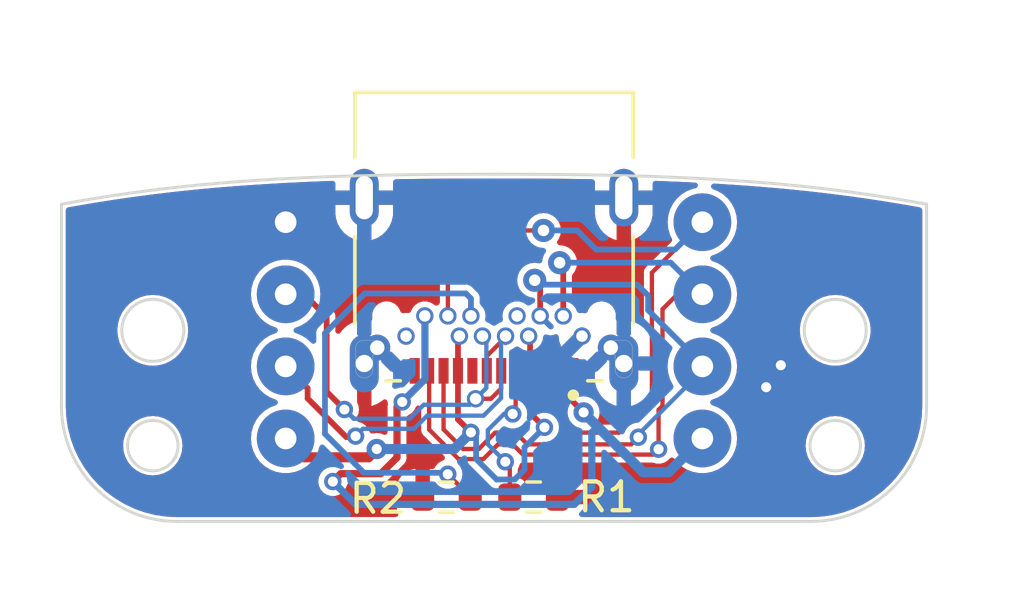
<source format=kicad_pcb>
(kicad_pcb (version 20221018) (generator pcbnew)
  (layers (0 "F.Cu" signal) (31 "B.Cu" signal) (34 "B.Paste" user) (35 "F.Paste" user) (36 "B.SilkS" user "B.Silkscreen") (37 "F.SilkS" user "F.Silkscreen") (38 "B.Mask" user) (39 "F.Mask" user) (44 "Edge.Cuts" user))
  (net 0 "")
  (net 1 "GND")
  (net 2 "+3.3V_PRE")
  (net 3 "N_CLOCK")
  (net 4 "+5V_PRE")
  (net 5 "CC1")
  (net 6 "D+")
  (net 7 "D-")
  (net 9 "N_LATCH")
  (net 10 "N_DATA")
  (net 11 "CC2")
  (footprint "Resistor_SMD:R_0603_1608Metric" (layer "F.Cu") (at 230.2886 158.3944 180)
    (fp_text reference "R1" (at -2.5278 0) (layer "F.SilkS"))
    (fp_text value "5.1kohm" hide)
    (fp_line (start -0.237258 -0.5225) (end 0.237258 -0.5225) (stroke (width 0.12)) (layer "F.SilkS"))
    (fp_line (start -0.237258 0.5225) (end 0.237258 0.5225) (stroke (width 0.12)) (layer "F.SilkS"))
    (pad "1" smd roundrect (at -0.825 0 180) (size 0.8 0.95) (layers "F.Cu" "F.Paste" "F.Mask") (net 1 "GND"))
    (pad "2" smd roundrect (at 0.825 0 180) (size 0.8 0.95) (layers "F.Cu" "F.Paste" "F.Mask") (net 5 "CC1"))
  )
  (footprint "hhl:CUI_UJ31-CH-G1-SMT-TR" (layer "F.Cu") (at 231.666178 154.0174 180)
    (fp_text reference "J1" hide)
    (fp_text value "UJ31-CH-G1-SMT-TR")
    (fp_line (start -2.075 4.655) (end -2.075 1.655) (stroke (width 0.127)) (layer "F.SilkS"))
    (fp_line (start -2.075 9.655) (end -2.075 7.405) (stroke (width 0.127)) (layer "F.SilkS"))
    (fp_line (start -1 -0.345) (end -0.5 -0.345) (stroke (width 0.127)) (layer "F.SilkS"))
    (fp_line (start 6 -0.345) (end 6.5 -0.345) (stroke (width 0.127)) (layer "F.SilkS"))
    (fp_line (start 7.575 1.655) (end 7.575 4.655) (stroke (width 0.127)) (layer "F.SilkS"))
    (fp_line (start 7.575 7.405) (end 7.575 9.655) (stroke (width 0.127)) (layer "F.SilkS"))
    (fp_line (start 7.575 9.655) (end -2.075 9.655) (stroke (width 0.127)) (layer "F.SilkS"))
    (fp_circle (center 0 -0.845) (end 0.1 -0.845) (stroke (width 0.2)) (fill none) (layer "F.SilkS"))
    (fp_line (start -2.05 0.805) (end -2.05 0.055) (stroke (width 0.01)) (layer "Edge.Cuts"))
    (fp_line (start -1.45 0.055) (end -1.45 0.555) (stroke (width 0.01)) (layer "Edge.Cuts"))
    (fp_line (start -1.45 0.555) (end -1.3 0.555) (stroke (width 0.01)) (layer "Edge.Cuts"))
    (fp_line (start -1.3 1.055) (end -1.75 1.055) (stroke (width 0.01)) (layer "Edge.Cuts"))
    (fp_line (start 6.8 0.555) (end 6.95 0.555) (stroke (width 0.01)) (layer "Edge.Cuts"))
    (fp_line (start 6.95 0.555) (end 6.95 0.055) (stroke (width 0.01)) (layer "Edge.Cuts"))
    (fp_line (start 7.25 1.055) (end 6.8 1.055) (stroke (width 0.01)) (layer "Edge.Cuts"))
    (fp_line (start 7.55 0.055) (end 7.55 0.805) (stroke (width 0.01)) (layer "Edge.Cuts"))
    (fp_arc (start -2.05 0.055) (mid -1.75 -0.245) (end -1.45 0.055) (stroke (width 0.01)) (layer "Edge.Cuts"))
    (fp_arc (start -1.75 1.055) (mid -1.951777 0.992132) (end -2.05 0.805) (stroke (width 0.01)) (layer "Edge.Cuts"))
    (fp_arc (start -1.3 0.555) (mid -1.05 0.805) (end -1.3 1.055) (stroke (width 0.01)) (layer "Edge.Cuts"))
    (fp_arc (start 6.8 1.055) (mid 6.55 0.805) (end 6.8 0.555) (stroke (width 0.01)) (layer "Edge.Cuts"))
    (fp_arc (start 6.95 0.055) (mid 7.25 -0.245) (end 7.55 0.055) (stroke (width 0.01)) (layer "Edge.Cuts"))
    (fp_arc (start 7.55 0.805) (mid 7.451777 0.992132) (end 7.25 1.055) (stroke (width 0.01)) (layer "Edge.Cuts"))
    (pad "" np_thru_hole circle (at -0.975 1.905 180) (size 0.7 0.7) (drill 0.7) (layers "*.Cu" "*.Mask"))
    (pad "" np_thru_hole circle (at 6.475 1.905 180) (size 0.7 0.7) (drill 0.7) (layers "*.Cu" "*.Mask"))
    (pad "A1" smd rect (at 0 0 270) (size 0.89 0.35) (layers "F.Cu" "F.Paste" "F.Mask") (net 1 "GND"))
    (pad "A2" smd rect (at 0.5 0 270) (size 0.89 0.35) (layers "F.Cu" "F.Paste" "F.Mask") (net 2 "+3.3V_PRE"))
    (pad "A3" smd rect (at 1 0 270) (size 0.89 0.35) (layers "F.Cu" "F.Paste" "F.Mask") (net 3 "N_CLOCK"))
    (pad "A4" smd rect (at 1.5 0 270) (size 0.89 0.35) (layers "F.Cu" "F.Paste" "F.Mask") (net 4 "+5V_PRE"))
    (pad "A5" smd rect (at 2 0 270) (size 0.89 0.35) (layers "F.Cu" "F.Paste" "F.Mask") (net 5 "CC1"))
    (pad "A6" smd rect (at 2.5 0 270) (size 0.89 0.35) (layers "F.Cu" "F.Paste" "F.Mask") (net 6 "D+"))
    (pad "A7" smd rect (at 3 0 270) (size 0.89 0.35) (layers "F.Cu" "F.Paste" "F.Mask") (net 7 "D-"))
    (pad "A8" smd rect (at 3.5 0 270) (size 0.89 0.35) (layers "F.Cu" "F.Paste" "F.Mask"))
    (pad "A9" smd rect (at 4 0 270) (size 0.89 0.35) (layers "F.Cu" "F.Paste" "F.Mask") (net 4 "+5V_PRE"))
    (pad "A10" smd rect (at 4.5 0 270) (size 0.89 0.35) (layers "F.Cu" "F.Paste" "F.Mask") (net 9 "N_LATCH"))
    (pad "A11" smd rect (at 5 0 270) (size 0.89 0.35) (layers "F.Cu" "F.Paste" "F.Mask") (net 10 "N_DATA"))
    (pad "A12" smd rect (at 5.5 0 270) (size 0.89 0.35) (layers "F.Cu" "F.Paste" "F.Mask") (net 1 "GND"))
    (pad "B1" thru_hole circle (at 5.8 1.205 180) (size 0.6 0.6) (drill 0.4) (layers "*.Cu" "*.Mask") (net 1 "GND"))
    (pad "B2" thru_hole circle (at 5.15 1.905 180) (size 0.6 0.6) (drill 0.4) (layers "*.Cu" "*.Mask") (net 2 "+3.3V_PRE"))
    (pad "B3" thru_hole circle (at 4.35 1.905 180) (size 0.6 0.6) (drill 0.4) (layers "*.Cu" "*.Mask") (net 3 "N_CLOCK"))
    (pad "B4" thru_hole circle (at 3.95 1.205 180) (size 0.6 0.6) (drill 0.4) (layers "*.Cu" "*.Mask") (net 4 "+5V_PRE"))
    (pad "B5" thru_hole circle (at 3.55 1.905 180) (size 0.6 0.6) (drill 0.4) (layers "*.Cu" "*.Mask") (net 11 "CC2"))
    (pad "B6" thru_hole circle (at 3.15 1.205 180) (size 0.6 0.6) (drill 0.4) (layers "*.Cu" "*.Mask") (net 6 "D+"))
    (pad "B7" thru_hole circle (at 2.35 1.205 180) (size 0.6 0.6) (drill 0.4) (layers "*.Cu" "*.Mask") (net 7 "D-"))
    (pad "B8" thru_hole circle (at 1.95 1.905 180) (size 0.6 0.6) (drill 0.4) (layers "*.Cu" "*.Mask"))
    (pad "B9" thru_hole circle (at 1.55 1.205 180) (size 0.6 0.6) (drill 0.4) (layers "*.Cu" "*.Mask") (net 4 "+5V_PRE"))
    (pad "B10" thru_hole circle (at 1.15 1.905 180) (size 0.6 0.6) (drill 0.4) (layers "*.Cu" "*.Mask") (net 9 "N_LATCH"))
    (pad "B11" thru_hole circle (at 0.35 1.905 180) (size 0.6 0.6) (drill 0.4) (layers "*.Cu" "*.Mask") (net 10 "N_DATA"))
    (pad "B12" thru_hole circle (at -0.3 1.205 180) (size 0.6 0.6) (drill 0.4) (layers "*.Cu" "*.Mask") (net 1 "GND"))
    (pad "SH1" thru_hole oval (at -1.75 6.005 180) (size 1 2) (drill oval 0.6 1.5) (layers "*.Cu" "*.Mask") (net 1 "GND"))
    (pad "SH2" thru_hole circle (at -1.3 0.805 180) (size 0.9 0.9) (drill 0.5) (layers "*.Cu" "*.Mask") (net 1 "GND"))
    (pad "SH3" thru_hole oval (at -1.75 0.255 180) (size 1 2) (drill 0.6) (layers "*.Cu" "*.Mask") (net 1 "GND"))
    (pad "SH4" thru_hole oval (at 7.25 6.005 180) (size 1 2) (drill oval 0.6 1.5) (layers "*.Cu" "*.Mask") (net 1 "GND"))
    (pad "SH5" thru_hole circle (at 6.8 0.805 180) (size 0.9 0.9) (drill 0.5) (layers "*.Cu" "*.Mask") (net 1 "GND"))
    (pad "SH6" thru_hole oval (at 7.25 0.255 180) (size 1 2) (drill 0.6) (layers "*.Cu" "*.Mask") (net 1 "GND"))
  )
  (footprint "Resistor_SMD:R_0603_1608Metric" (layer "F.Cu") (at 227.267 158.3944)
    (fp_text reference "R2" (at -2.3754 0.0508) (layer "F.SilkS"))
    (fp_text value "5.1kohm" hide)
    (fp_line (start -0.237258 -0.5225) (end 0.237258 -0.5225) (stroke (width 0.12)) (layer "F.SilkS"))
    (fp_line (start -0.237258 0.5225) (end 0.237258 0.5225) (stroke (width 0.12)) (layer "F.SilkS"))
    (pad "1" smd roundrect (at -0.825 0) (size 0.8 0.95) (layers "F.Cu" "F.Paste" "F.Mask") (net 1 "GND"))
    (pad "2" smd roundrect (at 0.825 0) (size 0.8 0.95) (layers "F.Cu" "F.Paste" "F.Mask") (net 11 "CC2"))
  )
  (gr_line (start 217.9162 159.23854) (end 239.9162 159.23854) (stroke (width 0.1)) (layer "Edge.Cuts"))
  (gr_circle (center 217.08334 156.6124) (end 216.20834 156.6124) (stroke (width 0.1)) (fill none) (layer "Edge.Cuts"))
  (gr_arc (start 217.9162 159.23854) (mid 215.087773 158.066967) (end 213.9162 155.23854) (stroke (width 0.1)) (layer "Edge.Cuts"))
  (gr_circle (center 240.74906 152.6124) (end 239.67406 152.6124) (stroke (width 0.1)) (fill none) (layer "Edge.Cuts"))
  (gr_curve (pts (xy 225.204489 147.228253) (xy 226.437159 147.204331) (xy 227.682278 147.197125) (xy 228.9162 147.197125)) (stroke (width 0.1)) (layer "Edge.Cuts"))
  (gr_curve (pts (xy 216.191305 147.867729) (xy 217.936041 147.619781) (xy 219.598879 147.469905) (xy 221.417783 147.366545)) (stroke (width 0.1)) (layer "Edge.Cuts"))
  (gr_curve (pts (xy 241.641095 147.867729) (xy 239.896359 147.619781) (xy 238.233521 147.469905) (xy 236.414617 147.366545)) (stroke (width 0.1)) (layer "Edge.Cuts"))
  (gr_curve (pts (xy 213.9162 148.23854) (xy 214.674778 148.099401) (xy 215.428222 147.976172) (xy 216.191305 147.867729)) (stroke (width 0.1)) (layer "Edge.Cuts"))
  (gr_circle (center 240.74906 156.6124) (end 239.87406 156.6124) (stroke (width 0.1)) (fill none) (layer "Edge.Cuts"))
  (gr_arc (start 243.9162 155.23854) (mid 242.744627 158.066967) (end 239.9162 159.23854) (stroke (width 0.1)) (layer "Edge.Cuts"))
  (gr_circle (center 217.08334 152.6124) (end 216.00834 152.6124) (stroke (width 0.1)) (fill none) (layer "Edge.Cuts"))
  (gr_line (start 213.9162 148.23854) (end 213.9162 155.23854) (stroke (width 0.1)) (layer "Edge.Cuts"))
  (gr_curve (pts (xy 221.417783 147.366545) (xy 222.674944 147.295106) (xy 223.939311 147.252805) (xy 225.204489 147.228253)) (stroke (width 0.1)) (layer "Edge.Cuts"))
  (gr_curve (pts (xy 236.414617 147.366545) (xy 235.157456 147.295106) (xy 233.893089 147.252805) (xy 232.627911 147.228253)) (stroke (width 0.1)) (layer "Edge.Cuts"))
  (gr_curve (pts (xy 243.9162 148.23854) (xy 243.157622 148.099401) (xy 242.404178 147.976172) (xy 241.641095 147.867729)) (stroke (width 0.1)) (layer "Edge.Cuts"))
  (gr_line (start 243.9162 155.23854) (end 243.9162 148.23854) (stroke (width 0.1)) (layer "Edge.Cuts"))
  (gr_curve (pts (xy 232.627911 147.228253) (xy 231.395241 147.204331) (xy 230.150122 147.197125) (xy 228.9162 147.197125)) (stroke (width 0.1)) (layer "Edge.Cuts"))
  (segment (start 231.0384 158.3944) (end 231.1136 158.3944) (width 0.25) (layer "F.Cu") (net 1))
  (via (at 238.8616 153.8224) (size 0.7) (drill 0.35) (layers "F.Cu" "B.Cu") (net 1))
  (via (at 238.3536 154.5844) (size 0.7) (drill 0.35) (layers "F.Cu" "B.Cu") (net 1))
  (via (at 221.6912 148.8624) (size 2) (drill 0.75) (layers "F.Cu" "B.Cu") (net 1))
  (segment (start 223.600929 157.5816) (end 224.9932 157.5816) (width 0.25) (layer "F.Cu") (net 2))
  (segment (start 232.022829 155.456574) (end 231.166178 154.599923) (width 0.2) (layer "F.Cu") (net 2))
  (segment (start 231.166178 154.599923) (end 231.166178 154.0174) (width 0.2) (layer "F.Cu") (net 2))
  (segment (start 223.326942 157.855587) (end 223.600929 157.5816) (width 0.25) (layer "F.Cu") (net 2))
  (segment (start 224.9932 157.5816) (end 225.552 157.0228) (width 0.25) (layer "F.Cu") (net 2))
  (segment (start 225.552 157.0228) (end 225.552 155.27582) (width 0.25) (layer "F.Cu") (net 2))
  (segment (start 225.552 155.27582) (end 225.73306 155.09476) (width 0.25) (layer "F.Cu") (net 2))
  (via (at 232.022829 155.456574) (size 0.7) (drill 0.35) (layers "F.Cu" "B.Cu") (net 2))
  (via (at 236.1412 156.3624) (size 2) (drill 0.75) (layers "F.Cu" "B.Cu") (net 2))
  (via (at 225.73306 155.09476) (size 0.6) (drill 0.35) (layers "F.Cu" "B.Cu") (net 2))
  (via (at 223.326942 157.855587) (size 0.6) (drill 0.35) (layers "F.Cu" "B.Cu") (net 2))
  (segment (start 234.9728 157.5308) (end 236.1412 156.3624) (width 0.35) (layer "B.Cu") (net 2))
  (segment (start 226.54308 152.139302) (end 226.516178 152.1124) (width 0.25) (layer "B.Cu") (net 2))
  (segment (start 226.520365 152.116587) (end 226.516178 152.1124) (width 0.25) (layer "B.Cu") (net 2))
  (segment (start 234.0864 157.5308) (end 234.9728 157.5308) (width 0.35) (layer "B.Cu") (net 2))
  (segment (start 232.3084 156.1592) (end 232.5116 155.956) (width 0.25) (layer "B.Cu") (net 2))
  (segment (start 224.119755 158.6484) (end 231.6988 158.6484) (width 0.25) (layer "B.Cu") (net 2))
  (segment (start 226.520365 154.307455) (end 226.520365 152.116587) (width 0.25) (layer "B.Cu") (net 2))
  (segment (start 225.73306 155.09476) (end 226.520365 154.307455) (width 0.25) (layer "B.Cu") (net 2))
  (segment (start 223.326942 157.855587) (end 224.119755 158.6484) (width 0.25) (layer "B.Cu") (net 2))
  (segment (start 232.022829 155.456574) (end 232.022829 155.467229) (width 0.35) (layer "B.Cu") (net 2))
  (segment (start 226.568 152.164222) (end 226.516178 152.1124) (width 0.25) (layer "B.Cu") (net 2))
  (segment (start 232.022829 155.467229) (end 234.0864 157.5308) (width 0.35) (layer "B.Cu") (net 2))
  (segment (start 232.3084 158.0388) (end 232.3084 156.1592) (width 0.25) (layer "B.Cu") (net 2))
  (segment (start 231.6988 158.6484) (end 232.3084 158.0388) (width 0.25) (layer "B.Cu") (net 2))
  (segment (start 228.854 149.1488) (end 230.632 149.1488) (width 0.15) (layer "F.Cu") (net 3))
  (segment (start 231.7496 156.1592) (end 233.2482 156.1592) (width 0.15) (layer "F.Cu") (net 3))
  (segment (start 230.632 149.1488) (end 230.5812 149.098) (width 0.2) (layer "F.Cu") (net 3))
  (segment (start 230.666178 155.075778) (end 231.7496 156.1592) (width 0.15) (layer "F.Cu") (net 3))
  (segment (start 227.316178 152.1124) (end 227.316178 150.686622) (width 0.15) (layer "F.Cu") (net 3))
  (segment (start 227.316178 150.686622) (end 228.854 149.1488) (width 0.15) (layer "F.Cu") (net 3))
  (segment (start 233.2482 156.1592) (end 234.3912 155.0162) (width 0.15) (layer "F.Cu") (net 3))
  (segment (start 234.3912 150.6124) (end 236.1412 148.8624) (width 0.15) (layer "F.Cu") (net 3))
  (segment (start 230.666178 154.0174) (end 230.666178 155.075778) (width 0.15) (layer "F.Cu") (net 3))
  (segment (start 234.3912 155.0162) (end 234.3912 150.6124) (width 0.15) (layer "F.Cu") (net 3))
  (via (at 230.632 149.1488) (size 0.8) (drill 0.4) (layers "F.Cu" "B.Cu") (net 3))
  (via (at 236.1412 148.8624) (size 2) (drill 0.75) (layers "F.Cu" "B.Cu") (net 3))
  (segment (start 235.1944 149.8092) (end 236.1412 148.8624) (width 0.2) (layer "B.Cu") (net 3))
  (segment (start 232.4608 149.8092) (end 235.1944 149.8092) (width 0.2) (layer "B.Cu") (net 3))
  (segment (start 230.632 149.1488) (end 231.8004 149.1488) (width 0.2) (layer "B.Cu") (net 3))
  (segment (start 231.8004 149.1488) (end 232.4608 149.8092) (width 0.2) (layer "B.Cu") (net 3))
  (segment (start 228.115158 156.151348) (end 227.666178 155.702368) (width 0.2) (layer "F.Cu") (net 4))
  (segment (start 224.848896 156.727373) (end 224.561164 157.015105) (width 0.35) (layer "F.Cu") (net 4))
  (segment (start 227.666178 155.702368) (end 227.666178 154.0174) (width 0.2) (layer "F.Cu") (net 4))
  (segment (start 230.664205 155.976669) (end 230.166178 155.478642) (width 0.2) (layer "F.Cu") (net 4))
  (segment (start 227.666178 152.8624) (end 227.666178 154.0174) (width 0.2) (layer "F.Cu") (net 4))
  (segment (start 230.166178 152.8624) (end 230.166178 154.0174) (width 0.2) (layer "F.Cu") (net 4))
  (segment (start 227.716178 152.8124) (end 227.666178 152.8624) (width 0.2) (layer "F.Cu") (net 4))
  (segment (start 230.116178 152.8124) (end 230.166178 152.8624) (width 0.2) (layer "F.Cu") (net 4))
  (segment (start 224.561164 157.015105) (end 222.343905 157.015105) (width 0.35) (layer "F.Cu") (net 4))
  (segment (start 230.166178 155.478642) (end 230.166178 154.0174) (width 0.2) (layer "F.Cu") (net 4))
  (segment (start 222.343905 157.015105) (end 221.6912 156.3624) (width 0.35) (layer "F.Cu") (net 4))
  (via (at 228.115158 156.151348) (size 0.6) (drill 0.35) (layers "F.Cu" "B.Cu") (net 4))
  (via (at 230.664205 155.976669) (size 0.6) (drill 0.35) (layers "F.Cu" "B.Cu") (net 4))
  (via (at 221.6912 156.3624) (size 2) (drill 0.75) (layers "F.Cu" "B.Cu") (net 4))
  (via (at 224.848896 156.727373) (size 0.7) (drill 0.35) (layers "F.Cu" "B.Cu") (net 4))
  (segment (start 228.2952 156.33139) (end 228.2952 157.0736) (width 0.2) (layer "B.Cu") (net 4))
  (segment (start 227.539133 156.727373) (end 228.115158 156.151348) (width 0.35) (layer "B.Cu") (net 4))
  (segment (start 229.634595 157.7848) (end 229.9716 157.447795) (width 0.2) (layer "B.Cu") (net 4))
  (segment (start 229.9716 156.669274) (end 230.664205 155.976669) (width 0.2) (layer "B.Cu") (net 4))
  (segment (start 224.848896 156.727373) (end 227.539133 156.727373) (width 0.35) (layer "B.Cu") (net 4))
  (segment (start 229.0064 157.7848) (end 229.634595 157.7848) (width 0.2) (layer "B.Cu") (net 4))
  (segment (start 228.2952 157.0736) (end 229.0064 157.7848) (width 0.2) (layer "B.Cu") (net 4))
  (segment (start 228.115158 156.151348) (end 228.2952 156.33139) (width 0.2) (layer "B.Cu") (net 4))
  (segment (start 229.9716 157.447795) (end 229.9716 156.669274) (width 0.2) (layer "B.Cu") (net 4))
  (segment (start 229.307073 157.168869) (end 229.4636 157.325396) (width 0.15) (layer "F.Cu") (net 5))
  (segment (start 229.564447 155.511215) (end 229.666178 155.409484) (width 0.15) (layer "F.Cu") (net 5))
  (segment (start 229.4636 157.325396) (end 229.4636 158.3944) (width 0.15) (layer "F.Cu") (net 5))
  (segment (start 229.666178 155.409484) (end 229.666178 154.0174) (width 0.15) (layer "F.Cu") (net 5))
  (via (at 229.564447 155.511215) (size 0.6) (drill 0.35) (layers "F.Cu" "B.Cu") (net 5))
  (via (at 229.307073 157.168869) (size 0.6) (drill 0.35) (layers "F.Cu" "B.Cu") (net 5))
  (segment (start 228.7016 156.563396) (end 228.7016 156.071186) (width 0.15) (layer "B.Cu") (net 5))
  (segment (start 228.7016 156.071186) (end 229.261571 155.511215) (width 0.15) (layer "B.Cu") (net 5))
  (segment (start 229.261571 155.511215) (end 229.564447 155.511215) (width 0.15) (layer "B.Cu") (net 5))
  (segment (start 229.307073 157.168869) (end 228.7016 156.563396) (width 0.15) (layer "B.Cu") (net 5))
  (segment (start 223.1136 154.742204) (end 223.1136 152.146) (width 0.2) (layer "F.Cu") (net 6))
  (segment (start 223.1136 152.146) (end 222.33 151.3624) (width 0.2) (layer "F.Cu") (net 6))
  (segment (start 229.166178 154.627822) (end 229.166178 154.0174) (width 0.15) (layer "F.Cu") (net 6))
  (segment (start 222.33 151.3624) (end 221.6912 151.3624) (width 0.2) (layer "F.Cu") (net 6))
  (segment (start 223.728253 155.356857) (end 223.1136 154.742204) (width 0.2) (layer "F.Cu") (net 6))
  (segment (start 228.276692 154.985273) (end 228.808727 154.985273) (width 0.15) (layer "F.Cu") (net 6))
  (segment (start 228.808727 154.985273) (end 229.166178 154.627822) (width 0.15) (layer "F.Cu") (net 6))
  (via (at 228.276692 154.985273) (size 0.6) (drill 0.4) (layers "F.Cu" "B.Cu") (net 6))
  (via (at 223.728253 155.356857) (size 0.6) (drill 0.35) (layers "F.Cu" "B.Cu") (net 6))
  (via (at 221.6912 151.3624) (size 2) (drill 0.75) (layers "F.Cu" "B.Cu") (net 6))
  (segment (start 228.067965 155.194) (end 228.276692 154.985273) (width 0.15) (layer "B.Cu") (net 6))
  (segment (start 228.276692 154.985273) (end 228.6508 154.611165) (width 0.15) (layer "B.Cu") (net 6))
  (segment (start 223.728253 155.356857) (end 223.746299 155.356857) (width 0.15) (layer "B.Cu") (net 6))
  (segment (start 228.6508 152.947022) (end 228.516178 152.8124) (width 0.15) (layer "B.Cu") (net 6))
  (segment (start 226.477864 155.194) (end 228.067965 155.194) (width 0.15) (layer "B.Cu") (net 6))
  (segment (start 223.746299 155.356857) (end 224.067239 155.677797) (width 0.15) (layer "B.Cu") (net 6))
  (segment (start 228.667491 152.963713) (end 228.516178 152.8124) (width 0.2) (layer "B.Cu") (net 6))
  (segment (start 223.728253 155.356857) (end 224.048237 155.676841) (width 0.15) (layer "B.Cu") (net 6))
  (segment (start 225.995023 155.676841) (end 226.477864 155.194) (width 0.15) (layer "B.Cu") (net 6))
  (segment (start 224.048237 155.676841) (end 225.995023 155.676841) (width 0.15) (layer "B.Cu") (net 6))
  (segment (start 228.6508 154.611165) (end 228.6508 152.947022) (width 0.15) (layer "B.Cu") (net 6))
  (segment (start 222.4532 154.975289) (end 222.4532 154.6244) (width 0.2) (layer "F.Cu") (net 7))
  (segment (start 229.316178 152.8124) (end 229.316178 152.851479) (width 0.15) (layer "F.Cu") (net 7))
  (segment (start 224.114421 156.28063) (end 224.083451 156.3116) (width 0.2) (layer "F.Cu") (net 7))
  (segment (start 222.4532 154.6244) (end 221.6912 153.8624) (width 0.2) (layer "F.Cu") (net 7))
  (segment (start 228.666178 153.501479) (end 228.666178 154.0174) (width 0.15) (layer "F.Cu") (net 7))
  (segment (start 229.316178 152.851479) (end 228.666178 153.501479) (width 0.15) (layer "F.Cu") (net 7))
  (segment (start 223.789511 156.3116) (end 222.4532 154.975289) (width 0.2) (layer "F.Cu") (net 7))
  (segment (start 224.083451 156.3116) (end 223.789511 156.3116) (width 0.2) (layer "F.Cu") (net 7))
  (via (at 221.6912 153.8624) (size 2) (drill 0.75) (layers "F.Cu" "B.Cu") (net 7))
  (via (at 224.114421 156.28063) (size 0.6) (drill 0.35) (layers "F.Cu" "B.Cu") (net 7))
  (segment (start 224.114421 156.28063) (end 224.36821 156.026841) (width 0.15) (layer "B.Cu") (net 7))
  (segment (start 229.316178 152.8124) (end 229.316178 153.055422) (width 0.15) (layer "B.Cu") (net 7))
  (segment (start 226.141559 156.026841) (end 226.597565 155.570835) (width 0.15) (layer "B.Cu") (net 7))
  (segment (start 226.597565 155.570835) (end 228.554328 155.570835) (width 0.15) (layer "B.Cu") (net 7))
  (segment (start 229.1588 152.969778) (end 229.316178 152.8124) (width 0.15) (layer "B.Cu") (net 7))
  (segment (start 224.36821 156.026841) (end 226.141559 156.026841) (width 0.15) (layer "B.Cu") (net 7))
  (segment (start 229.1588 154.966363) (end 229.1588 152.969778) (width 0.15) (layer "B.Cu") (net 7))
  (segment (start 228.554328 155.570835) (end 229.1588 154.966363) (width 0.15) (layer "B.Cu") (net 7))
  (segment (start 235.926 153.8624) (end 236.1412 153.8624) (width 0.15) (layer "F.Cu") (net 9))
  (segment (start 227.166178 156.046178) (end 227.166178 154.0174) (width 0.15) (layer "F.Cu") (net 9))
  (segment (start 233.920855 156.319772) (end 233.673349 156.567278) (width 0.15) (layer "F.Cu") (net 9))
  (segment (start 228.9556 156.1592) (end 228.388452 156.726348) (width 0.15) (layer "F.Cu") (net 9))
  (segment (start 227.846348 156.726348) (end 227.166178 156.046178) (width 0.15) (layer "F.Cu") (net 9))
  (segment (start 230.3272 150.876) (end 230.516178 151.064978) (width 0.2) (layer "F.Cu") (net 9))
  (segment (start 233.673349 156.567278) (end 230.074878 156.567278) (width 0.15) (layer "F.Cu") (net 9))
  (segment (start 229.6668 156.1592) (end 228.9556 156.1592) (width 0.15) (layer "F.Cu") (net 9))
  (segment (start 230.074878 156.567278) (end 229.6668 156.1592) (width 0.15) (layer "F.Cu") (net 9))
  (segment (start 230.516178 151.064978) (end 230.516178 152.1124) (width 0.2) (layer "F.Cu") (net 9))
  (segment (start 228.388452 156.726348) (end 227.846348 156.726348) (width 0.15) (layer "F.Cu") (net 9))
  (via (at 236.1412 153.8624) (size 2) (drill 0.75) (layers "F.Cu" "B.Cu") (net 9))
  (via (at 230.3272 150.876) (size 0.8) (drill 0.4) (layers "F.Cu" "B.Cu") (net 9))
  (via (at 233.920855 156.319772) (size 0.6) (drill 0.35) (layers "F.Cu" "B.Cu") (net 9))
  (segment (start 233.8832 151.0284) (end 234.259032 151.404232) (width 0.2) (layer "B.Cu") (net 9))
  (segment (start 236.1412 153.7944) (end 236.1412 153.8624) (width 0.2) (layer "B.Cu") (net 9))
  (segment (start 230.3272 150.876) (end 230.4796 151.0284) (width 0.2) (layer "B.Cu") (net 9))
  (segment (start 234.259032 151.912232) (end 236.1412 153.7944) (width 0.2) (layer "B.Cu") (net 9))
  (segment (start 230.4796 151.0284) (end 233.8832 151.0284) (width 0.2) (layer "B.Cu") (net 9))
  (segment (start 230.516178 152.1124) (end 230.886 152.482222) (width 0.2) (layer "B.Cu") (net 9))
  (segment (start 233.920855 156.319772) (end 233.920855 156.223145) (width 0.15) (layer "B.Cu") (net 9))
  (segment (start 233.920855 156.223145) (end 236.1412 154.0028) (width 0.15) (layer "B.Cu") (net 9))
  (segment (start 236.1412 154.0028) (end 236.1412 153.8624) (width 0.15) (layer "B.Cu") (net 9))
  (segment (start 234.259032 151.404232) (end 234.259032 151.912232) (width 0.2) (layer "B.Cu") (net 9))
  (segment (start 229.9208 156.9212) (end 229.5652 156.5656) (width 0.15) (layer "F.Cu") (net 10))
  (segment (start 231.1908 150.4696) (end 231.316178 150.594978) (width 0.2) (layer "F.Cu") (net 10))
  (segment (start 234.622519 155.369081) (end 234.759408 155.232192) (width 0.15) (layer "F.Cu") (net 10))
  (segment (start 234.759408 155.232192) (end 234.759408 151.879392) (width 0.15) (layer "F.Cu") (net 10))
  (segment (start 231.316178 150.594978) (end 231.316178 152.1124) (width 0.2) (layer "F.Cu") (net 10))
  (segment (start 226.666178 156.054178) (end 226.666178 154.0174) (width 0.15) (layer "F.Cu") (net 10))
  (segment (start 234.759408 151.879392) (end 235.2764 151.3624) (width 0.15) (layer "F.Cu") (net 10))
  (segment (start 229.5652 156.5656) (end 229.0572 156.5656) (width 0.15) (layer "F.Cu") (net 10))
  (segment (start 227.688348 157.076348) (end 226.666178 156.054178) (width 0.15) (layer "F.Cu") (net 10))
  (segment (start 235.2764 151.3624) (end 236.1412 151.3624) (width 0.15) (layer "F.Cu") (net 10))
  (segment (start 231.1908 150.2664) (end 231.1908 150.4696) (width 0.2) (layer "F.Cu") (net 10))
  (segment (start 234.435022 156.9212) (end 229.9208 156.9212) (width 0.15) (layer "F.Cu") (net 10))
  (segment (start 234.622519 156.733703) (end 234.622519 155.369081) (width 0.15) (layer "F.Cu") (net 10))
  (segment (start 234.622519 156.733703) (end 234.435022 156.9212) (width 0.15) (layer "F.Cu") (net 10))
  (segment (start 234.606013 156.717197) (end 234.491997 156.717197) (width 0.15) (layer "F.Cu") (net 10))
  (segment (start 228.546452 157.076348) (end 227.688348 157.076348) (width 0.15) (layer "F.Cu") (net 10))
  (segment (start 229.0572 156.5656) (end 228.546452 157.076348) (width 0.15) (layer "F.Cu") (net 10))
  (segment (start 234.622519 156.733703) (end 234.606013 156.717197) (width 0.15) (layer "F.Cu") (net 10))
  (via (at 236.1412 151.3624) (size 2) (drill 0.75) (layers "F.Cu" "B.Cu") (net 10))
  (via (at 231.1908 150.2664) (size 0.8) (drill 0.4) (layers "F.Cu" "B.Cu") (net 10))
  (via (at 234.622519 156.733703) (size 0.6) (drill 0.35) (layers "F.Cu" "B.Cu") (net 10))
  (segment (start 231.1908 150.2664) (end 235.0452 150.2664) (width 0.2) (layer "B.Cu") (net 10))
  (segment (start 235.0452 150.2664) (end 236.1412 151.3624) (width 0.2) (layer "B.Cu") (net 10))
  (segment (start 228.092 158.381734) (end 228.092 158.3944) (width 0.15) (layer "F.Cu") (net 11))
  (segment (start 227.312372 157.602106) (end 228.092 158.381734) (width 0.15) (layer "F.Cu") (net 11))
  (via (at 227.312372 157.602106) (size 0.6) (drill 0.35) (layers "F.Cu" "B.Cu") (net 11))
  (segment (start 227.9396 151.3332) (end 228.116178 151.509778) (width 0.2) (layer "B.Cu") (net 11))
  (segment (start 224.404427 157.551627) (end 223.054353 156.201553) (width 0.2) (layer "B.Cu") (net 11))
  (segment (start 223.054353 156.201553) (end 223.054353 152.713247) (width 0.2) (layer "B.Cu") (net 11))
  (segment (start 228.116178 151.509778) (end 228.116178 152.1124) (width 0.2) (layer "B.Cu") (net 11))
  (segment (start 227.261893 157.551627) (end 224.404427 157.551627) (width 0.2) (layer "B.Cu") (net 11))
  (segment (start 223.054353 152.713247) (end 224.4344 151.3332) (width 0.2) (layer "B.Cu") (net 11))
  (segment (start 224.4344 151.3332) (end 227.9396 151.3332) (width 0.2) (layer "B.Cu") (net 11))
  (segment (start 227.312372 157.602106) (end 227.261893 157.551627) (width 0.2) (layer "B.Cu") (net 11))
  (zone (net 1) (net_name "GND") (layers "F&B.Cu") (connect_pads (clearance 0.2)) (min_thickness 0.2) (fill yes (thermal_gap 0.5) (thermal_bridge_width 0.5))
    (polygon (pts (xy 211.7852 143.9164) (xy 246.6848 143.5608) (xy 247.2944 161.798) (xy 211.8868 161.4932)))
  )
)
</source>
